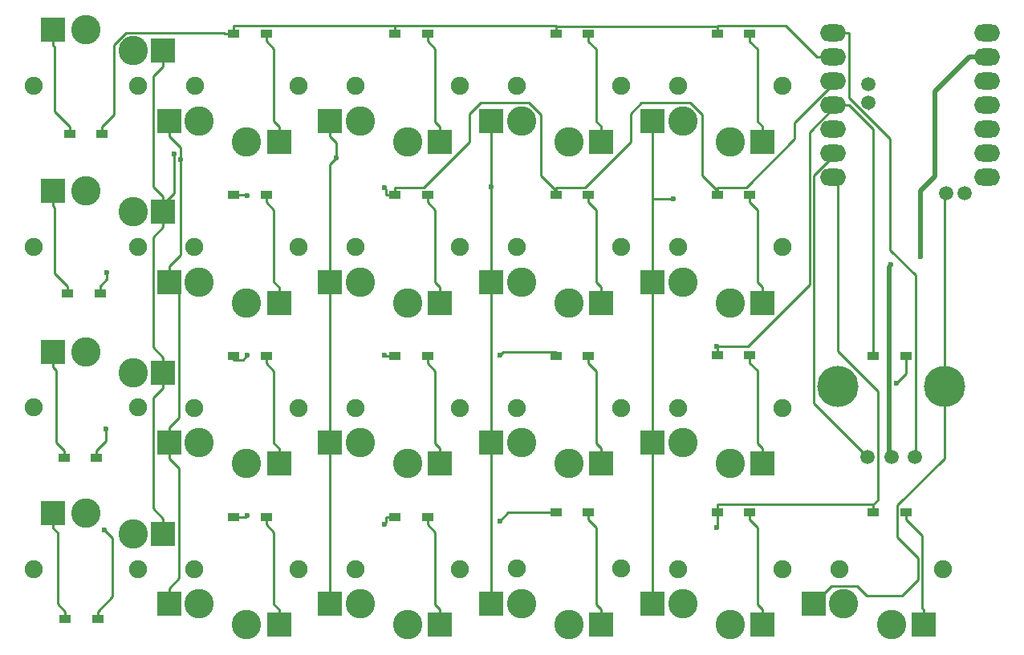
<source format=gbr>
%TF.GenerationSoftware,KiCad,Pcbnew,9.0.2*%
%TF.CreationDate,2025-12-07T23:51:36+09:00*%
%TF.ProjectId,FrostOrtho_L,46726f73-744f-4727-9468-6f5f4c2e6b69,rev?*%
%TF.SameCoordinates,Original*%
%TF.FileFunction,Copper,L2,Bot*%
%TF.FilePolarity,Positive*%
%FSLAX46Y46*%
G04 Gerber Fmt 4.6, Leading zero omitted, Abs format (unit mm)*
G04 Created by KiCad (PCBNEW 9.0.2) date 2025-12-07 23:51:36*
%MOMM*%
%LPD*%
G01*
G04 APERTURE LIST*
%TA.AperFunction,SMDPad,CuDef*%
%ADD10R,1.200000X0.950000*%
%TD*%
%TA.AperFunction,WasherPad*%
%ADD11C,1.900000*%
%TD*%
%TA.AperFunction,WasherPad*%
%ADD12C,3.100000*%
%TD*%
%TA.AperFunction,SMDPad,CuDef*%
%ADD13R,2.600000X2.600000*%
%TD*%
%TA.AperFunction,ComponentPad*%
%ADD14O,2.750000X1.800000*%
%TD*%
%TA.AperFunction,ComponentPad*%
%ADD15C,1.500000*%
%TD*%
%TA.AperFunction,ComponentPad*%
%ADD16C,4.350000*%
%TD*%
%TA.AperFunction,ViaPad*%
%ADD17C,0.600000*%
%TD*%
%TA.AperFunction,Conductor*%
%ADD18C,0.250000*%
%TD*%
%TA.AperFunction,Conductor*%
%ADD19C,0.500000*%
%TD*%
G04 APERTURE END LIST*
D10*
%TO.P,D17,1,K*%
%TO.N,Row0*%
X110626525Y-23000000D03*
%TO.P,D17,2,A*%
%TO.N,Net-(D17-A)*%
X114076525Y-23000000D03*
%TD*%
%TO.P,D15,1,K*%
%TO.N,Row2*%
X93626525Y-57000000D03*
%TO.P,D15,2,A*%
%TO.N,Net-(D15-A)*%
X97076525Y-57000000D03*
%TD*%
D11*
%TO.P,SW17,*%
%TO.N,*%
X106500000Y-28500000D03*
D12*
X107000000Y-32200000D03*
X112000000Y-34400000D03*
D11*
X117500000Y-28500000D03*
D13*
%TO.P,SW17,1,1*%
%TO.N,Col4*%
X103800000Y-32200000D03*
%TO.P,SW17,2,2*%
%TO.N,Net-(D17-A)*%
X115400000Y-34400000D03*
%TD*%
D11*
%TO.P,SW1,*%
%TO.N,*%
X49500000Y-28500000D03*
D12*
X49000000Y-24800000D03*
X44000000Y-22600000D03*
D11*
X38500000Y-28500000D03*
D13*
%TO.P,SW1,1,1*%
%TO.N,Col0*%
X52200000Y-24800000D03*
%TO.P,SW1,2,2*%
%TO.N,Net-(D1-A)*%
X40600000Y-22600000D03*
%TD*%
D10*
%TO.P,D19,1,K*%
%TO.N,Row2*%
X110626525Y-56975000D03*
%TO.P,D19,2,A*%
%TO.N,Net-(D19-A)*%
X114076525Y-56975000D03*
%TD*%
%TO.P,D22,1,K*%
%TO.N,Row3*%
X127126525Y-73500000D03*
%TO.P,D22,2,A*%
%TO.N,Net-(D22-A)*%
X130576525Y-73500000D03*
%TD*%
D11*
%TO.P,SW15,*%
%TO.N,*%
X89500000Y-62500000D03*
D12*
X90000000Y-66200000D03*
X95000000Y-68400000D03*
D11*
X100500000Y-62500000D03*
D13*
%TO.P,SW15,1,1*%
%TO.N,Col3*%
X86800000Y-66200000D03*
%TO.P,SW15,2,2*%
%TO.N,Net-(D15-A)*%
X98400000Y-68400000D03*
%TD*%
D10*
%TO.P,D11,1,K*%
%TO.N,Row2*%
X76626525Y-57000000D03*
%TO.P,D11,2,A*%
%TO.N,Net-(D11-A)*%
X80076525Y-57000000D03*
%TD*%
D11*
%TO.P,SW14,*%
%TO.N,*%
X89500000Y-45500000D03*
D12*
X90000000Y-49200000D03*
X95000000Y-51400000D03*
D11*
X100500000Y-45500000D03*
D13*
%TO.P,SW14,1,1*%
%TO.N,Col3*%
X86800000Y-49200000D03*
%TO.P,SW14,2,2*%
%TO.N,Net-(D14-A)*%
X98400000Y-51400000D03*
%TD*%
D11*
%TO.P,SW8,*%
%TO.N,*%
X55500000Y-79500000D03*
D12*
X56000000Y-83200000D03*
X61000000Y-85400000D03*
D11*
X66500000Y-79500000D03*
D13*
%TO.P,SW8,1,1*%
%TO.N,Col1*%
X52800000Y-83200000D03*
%TO.P,SW8,2,2*%
%TO.N,Net-(D8-A)*%
X64400000Y-85400000D03*
%TD*%
D14*
%TO.P,U1,1,P0.02_A0_D0*%
%TO.N,RE_B*%
X122880000Y-22924000D03*
%TO.P,U1,2,P0.03_A1_D1*%
%TO.N,Row0*%
X122880000Y-25464000D03*
%TO.P,U1,3,P0.28_A2_D2*%
%TO.N,Row1*%
X122880000Y-28004000D03*
%TO.P,U1,4,P0.29_A3_D3*%
%TO.N,Row2*%
X122880000Y-30544000D03*
%TO.P,U1,5,P0.04_A4_D4_SDA*%
%TO.N,unconnected-(U1-P0.04_A4_D4_SDA-Pad5)*%
X122880000Y-33084000D03*
%TO.P,U1,6,P0.05_A5_D5_SCL*%
%TO.N,RE_A1*%
X122880000Y-35624000D03*
%TO.P,U1,7,P1.11_D6_TX*%
%TO.N,Row3*%
X122880000Y-38164000D03*
%TO.P,U1,8,P1.12_D7_RX*%
%TO.N,Col3*%
X139120000Y-38164000D03*
%TO.P,U1,9,P1.13_D8_SCK*%
%TO.N,Col2*%
X139120000Y-35624000D03*
%TO.P,U1,10,P1.14_D9_MISO*%
%TO.N,Col1*%
X139120000Y-33084000D03*
%TO.P,U1,11,P1.15_D10_MOSI*%
%TO.N,Col0*%
X139120000Y-30544000D03*
%TO.P,U1,12,3V3*%
%TO.N,unconnected-(U1-3V3-Pad12)*%
X139120000Y-28004000D03*
%TO.P,U1,13,GND*%
%TO.N,GND*%
X139120000Y-25464000D03*
%TO.P,U1,14,5V*%
%TO.N,VCC*%
X139120000Y-22924000D03*
D15*
%TO.P,U1,15,NFC1_0.09*%
%TO.N,Col5*%
X134835400Y-39856000D03*
%TO.P,U1,16,NFC2_0.10*%
%TO.N,Col4*%
X136715000Y-39856000D03*
%TO.P,U1,20,BATT+*%
%TO.N,Bat*%
X126555000Y-30227000D03*
%TO.P,U1,21,BATT-*%
%TO.N,GND*%
X126555000Y-28322000D03*
%TD*%
D10*
%TO.P,D5,1,K*%
%TO.N,Row0*%
X59626525Y-22975000D03*
%TO.P,D5,2,A*%
%TO.N,Net-(D5-A)*%
X63076525Y-22975000D03*
%TD*%
%TO.P,D21,1,K*%
%TO.N,Row2*%
X127126525Y-57000000D03*
%TO.P,D21,2,A*%
%TO.N,Net-(D21-A)*%
X130576525Y-57000000D03*
%TD*%
D15*
%TO.P,SW21,A1,A1*%
%TO.N,RE_A1*%
X126500000Y-67700000D03*
%TO.P,SW21,B1,B1*%
%TO.N,RE_B*%
X131500000Y-67700000D03*
%TO.P,SW21,C1,C1*%
%TO.N,GND*%
X129000000Y-67700000D03*
D16*
%TO.P,SW21,MH1,MH1*%
%TO.N,Net-(D21-A)*%
X123400000Y-60200000D03*
%TO.P,SW21,MH2,MH2*%
%TO.N,Col5*%
X134600000Y-60200000D03*
%TD*%
D11*
%TO.P,SW18,*%
%TO.N,*%
X106500000Y-45500000D03*
D12*
X107000000Y-49200000D03*
X112000000Y-51400000D03*
D11*
X117500000Y-45500000D03*
D13*
%TO.P,SW18,1,1*%
%TO.N,Col4*%
X103800000Y-49200000D03*
%TO.P,SW18,2,2*%
%TO.N,Net-(D18-A)*%
X115400000Y-51400000D03*
%TD*%
D10*
%TO.P,D8,1,K*%
%TO.N,Row3*%
X59626525Y-74000000D03*
%TO.P,D8,2,A*%
%TO.N,Net-(D8-A)*%
X63076525Y-74000000D03*
%TD*%
%TO.P,D16,1,K*%
%TO.N,Row3*%
X93626525Y-73500000D03*
%TO.P,D16,2,A*%
%TO.N,Net-(D16-A)*%
X97076525Y-73500000D03*
%TD*%
D11*
%TO.P,SW2,*%
%TO.N,*%
X49500000Y-45500000D03*
D12*
X49000000Y-41800000D03*
X44000000Y-39600000D03*
D11*
X38500000Y-45500000D03*
D13*
%TO.P,SW2,1,1*%
%TO.N,Col0*%
X52200000Y-41800000D03*
%TO.P,SW2,2,2*%
%TO.N,Net-(D2-A)*%
X40600000Y-39600000D03*
%TD*%
D10*
%TO.P,D6,1,K*%
%TO.N,Row1*%
X59626525Y-40000000D03*
%TO.P,D6,2,A*%
%TO.N,Net-(D6-A)*%
X63076525Y-40000000D03*
%TD*%
D11*
%TO.P,SW13,*%
%TO.N,*%
X89500000Y-28500000D03*
D12*
X90000000Y-32200000D03*
X95000000Y-34400000D03*
D11*
X100500000Y-28500000D03*
D13*
%TO.P,SW13,1,1*%
%TO.N,Col3*%
X86800000Y-32200000D03*
%TO.P,SW13,2,2*%
%TO.N,Net-(D13-A)*%
X98400000Y-34400000D03*
%TD*%
D11*
%TO.P,SW20,*%
%TO.N,*%
X106500000Y-79500000D03*
D12*
X107000000Y-83200000D03*
X112000000Y-85400000D03*
D11*
X117500000Y-79500000D03*
D13*
%TO.P,SW20,1,1*%
%TO.N,Col4*%
X103800000Y-83200000D03*
%TO.P,SW20,2,2*%
%TO.N,Net-(D20-A)*%
X115400000Y-85400000D03*
%TD*%
D10*
%TO.P,D20,1,K*%
%TO.N,Row3*%
X110626525Y-73500000D03*
%TO.P,D20,2,A*%
%TO.N,Net-(D20-A)*%
X114076525Y-73500000D03*
%TD*%
D11*
%TO.P,SW3,*%
%TO.N,*%
X49500000Y-62475000D03*
D12*
X49000000Y-58775000D03*
X44000000Y-56575000D03*
D11*
X38500000Y-62475000D03*
D13*
%TO.P,SW3,1,1*%
%TO.N,Col0*%
X52200000Y-58775000D03*
%TO.P,SW3,2,2*%
%TO.N,Net-(D3-A)*%
X40600000Y-56575000D03*
%TD*%
D11*
%TO.P,SW19,*%
%TO.N,*%
X106500000Y-62500000D03*
D12*
X107000000Y-66200000D03*
X112000000Y-68400000D03*
D11*
X117500000Y-62500000D03*
D13*
%TO.P,SW19,1,1*%
%TO.N,Col4*%
X103800000Y-66200000D03*
%TO.P,SW19,2,2*%
%TO.N,Net-(D19-A)*%
X115400000Y-68400000D03*
%TD*%
D11*
%TO.P,SW7,*%
%TO.N,*%
X55500000Y-62490000D03*
D12*
X56000000Y-66190000D03*
X61000000Y-68390000D03*
D11*
X66500000Y-62490000D03*
D13*
%TO.P,SW7,1,1*%
%TO.N,Col1*%
X52800000Y-66190000D03*
%TO.P,SW7,2,2*%
%TO.N,Net-(D7-A)*%
X64400000Y-68390000D03*
%TD*%
D10*
%TO.P,D4,1,K*%
%TO.N,Row3*%
X45299975Y-84800000D03*
%TO.P,D4,2,A*%
%TO.N,Net-(D4-A)*%
X41849975Y-84800000D03*
%TD*%
D11*
%TO.P,SW6,*%
%TO.N,*%
X55500000Y-45500000D03*
D12*
X56000000Y-49200000D03*
X61000000Y-51400000D03*
D11*
X66500000Y-45500000D03*
D13*
%TO.P,SW6,1,1*%
%TO.N,Col1*%
X52800000Y-49200000D03*
%TO.P,SW6,2,2*%
%TO.N,Net-(D6-A)*%
X64400000Y-51400000D03*
%TD*%
D10*
%TO.P,D9,1,K*%
%TO.N,Row0*%
X76626525Y-22975000D03*
%TO.P,D9,2,A*%
%TO.N,Net-(D9-A)*%
X80076525Y-22975000D03*
%TD*%
%TO.P,D1,1,K*%
%TO.N,Row0*%
X45749975Y-33575000D03*
%TO.P,D1,2,A*%
%TO.N,Net-(D1-A)*%
X42299975Y-33575000D03*
%TD*%
D11*
%TO.P,SW9,*%
%TO.N,*%
X72480000Y-28500000D03*
D12*
X72980000Y-32200000D03*
X77980000Y-34400000D03*
D11*
X83480000Y-28500000D03*
D13*
%TO.P,SW9,1,1*%
%TO.N,Col2*%
X69780000Y-32200000D03*
%TO.P,SW9,2,2*%
%TO.N,Net-(D9-A)*%
X81380000Y-34400000D03*
%TD*%
D11*
%TO.P,SW4,*%
%TO.N,*%
X49500000Y-79500000D03*
D12*
X49000000Y-75800000D03*
X44000000Y-73600000D03*
D11*
X38500000Y-79500000D03*
D13*
%TO.P,SW4,1,1*%
%TO.N,Col0*%
X52200000Y-75800000D03*
%TO.P,SW4,2,2*%
%TO.N,Net-(D4-A)*%
X40600000Y-73600000D03*
%TD*%
D11*
%TO.P,SW12,*%
%TO.N,*%
X72500000Y-79500000D03*
D12*
X73000000Y-83200000D03*
X78000000Y-85400000D03*
D11*
X83500000Y-79500000D03*
D13*
%TO.P,SW12,1,1*%
%TO.N,Col2*%
X69800000Y-83200000D03*
%TO.P,SW12,2,2*%
%TO.N,Net-(D12-A)*%
X81400000Y-85400000D03*
%TD*%
D10*
%TO.P,D2,1,K*%
%TO.N,Row1*%
X45523475Y-50450000D03*
%TO.P,D2,2,A*%
%TO.N,Net-(D2-A)*%
X42073475Y-50450000D03*
%TD*%
D11*
%TO.P,SW11,*%
%TO.N,*%
X72500000Y-62500000D03*
D12*
X73000000Y-66200000D03*
X78000000Y-68400000D03*
D11*
X83500000Y-62500000D03*
D13*
%TO.P,SW11,1,1*%
%TO.N,Col2*%
X69800000Y-66200000D03*
%TO.P,SW11,2,2*%
%TO.N,Net-(D11-A)*%
X81400000Y-68400000D03*
%TD*%
D10*
%TO.P,D13,1,K*%
%TO.N,Row0*%
X93626525Y-23000000D03*
%TO.P,D13,2,A*%
%TO.N,Net-(D13-A)*%
X97076525Y-23000000D03*
%TD*%
D11*
%TO.P,SW16,*%
%TO.N,*%
X89490000Y-79485000D03*
D12*
X89990000Y-83185000D03*
X94990000Y-85385000D03*
D11*
X100490000Y-79485000D03*
D13*
%TO.P,SW16,1,1*%
%TO.N,Col3*%
X86790000Y-83185000D03*
%TO.P,SW16,2,2*%
%TO.N,Net-(D16-A)*%
X98390000Y-85385000D03*
%TD*%
D11*
%TO.P,SW22,*%
%TO.N,*%
X123500000Y-79500000D03*
D12*
X124000000Y-83200000D03*
X129000000Y-85400000D03*
D11*
X134500000Y-79500000D03*
D13*
%TO.P,SW22,1,1*%
%TO.N,Col5*%
X120800000Y-83200000D03*
%TO.P,SW22,2,2*%
%TO.N,Net-(D22-A)*%
X132400000Y-85400000D03*
%TD*%
D10*
%TO.P,D18,1,K*%
%TO.N,Row1*%
X110626525Y-40000000D03*
%TO.P,D18,2,A*%
%TO.N,Net-(D18-A)*%
X114076525Y-40000000D03*
%TD*%
D11*
%TO.P,SW5,*%
%TO.N,*%
X55510000Y-28500000D03*
D12*
X56010000Y-32200000D03*
X61010000Y-34400000D03*
D11*
X66510000Y-28500000D03*
D13*
%TO.P,SW5,1,1*%
%TO.N,Col1*%
X52810000Y-32200000D03*
%TO.P,SW5,2,2*%
%TO.N,Net-(D5-A)*%
X64410000Y-34400000D03*
%TD*%
D10*
%TO.P,D7,1,K*%
%TO.N,Row2*%
X59626525Y-57000000D03*
%TO.P,D7,2,A*%
%TO.N,Net-(D7-A)*%
X63076525Y-57000000D03*
%TD*%
%TO.P,D10,1,K*%
%TO.N,Row1*%
X76626525Y-40000000D03*
%TO.P,D10,2,A*%
%TO.N,Net-(D10-A)*%
X80076525Y-40000000D03*
%TD*%
%TO.P,D12,1,K*%
%TO.N,Row3*%
X76626525Y-74000000D03*
%TO.P,D12,2,A*%
%TO.N,Net-(D12-A)*%
X80076525Y-74000000D03*
%TD*%
%TO.P,D14,1,K*%
%TO.N,Row1*%
X93626525Y-40000000D03*
%TO.P,D14,2,A*%
%TO.N,Net-(D14-A)*%
X97076525Y-40000000D03*
%TD*%
%TO.P,D3,1,K*%
%TO.N,Row2*%
X45174975Y-67775000D03*
%TO.P,D3,2,A*%
%TO.N,Net-(D3-A)*%
X41724975Y-67775000D03*
%TD*%
D11*
%TO.P,SW10,*%
%TO.N,*%
X72500000Y-45500000D03*
D12*
X73000000Y-49200000D03*
X78000000Y-51400000D03*
D11*
X83500000Y-45500000D03*
D13*
%TO.P,SW10,1,1*%
%TO.N,Col2*%
X69800000Y-49200000D03*
%TO.P,SW10,2,2*%
%TO.N,Net-(D10-A)*%
X81400000Y-51400000D03*
%TD*%
D17*
%TO.N,Row1*%
X46253800Y-48245300D03*
X61054300Y-40090000D03*
X75571400Y-39238400D03*
%TO.N,Row2*%
X61054300Y-56964700D03*
X75509000Y-56964700D03*
X46151700Y-64751200D03*
X110601600Y-55991000D03*
X87690700Y-56964700D03*
%TO.N,Row3*%
X87690700Y-74421000D03*
X110601600Y-75107400D03*
X75553900Y-74757100D03*
X45993800Y-75354400D03*
X61054300Y-73874700D03*
%TO.N,Net-(D21-A)*%
X129522100Y-59930100D03*
%TO.N,Col0*%
X53383700Y-35675000D03*
%TO.N,Col1*%
X54010400Y-36288100D03*
%TO.N,Col2*%
X70427000Y-36115300D03*
%TO.N,Col3*%
X86800000Y-39172300D03*
%TO.N,Col4*%
X106010600Y-40408700D03*
%TO.N,GND*%
X132089700Y-46550000D03*
X128997700Y-47380500D03*
%TD*%
D18*
%TO.N,Bat*%
X126555000Y-30227000D02*
X126555000Y-30966700D01*
%TO.N,Net-(D1-A)*%
X40600000Y-22600000D02*
X40600000Y-24226700D01*
X42300000Y-33575000D02*
X42300000Y-32773300D01*
X40701400Y-31174700D02*
X42300000Y-32773300D01*
X40600000Y-24226700D02*
X40701400Y-24328100D01*
X40701400Y-24328100D02*
X40701400Y-31174700D01*
%TO.N,Row0*%
X93626500Y-23000000D02*
X93626500Y-22198300D01*
X110626500Y-22311600D02*
X110626500Y-22199800D01*
X93626500Y-22198300D02*
X93601500Y-22173300D01*
X58623500Y-22898700D02*
X58699800Y-22975000D01*
X117845800Y-22131500D02*
X121178300Y-25464000D01*
X110626500Y-22199800D02*
X110694800Y-22131500D01*
X45750000Y-32773300D02*
X46976800Y-31546500D01*
X110626500Y-22199800D02*
X110626500Y-22198300D01*
X48243500Y-22898700D02*
X58623500Y-22898700D01*
X46976800Y-24165400D02*
X48243500Y-22898700D01*
X123380000Y-25464000D02*
X121178300Y-25464000D01*
X93626500Y-22198300D02*
X110626500Y-22198300D01*
X76626500Y-22173300D02*
X59626500Y-22173300D01*
X76626500Y-22975000D02*
X76626500Y-22173300D01*
X93601500Y-22173300D02*
X76626500Y-22173300D01*
X110626500Y-23000000D02*
X110626500Y-22311600D01*
X59626500Y-22975000D02*
X58699800Y-22975000D01*
X46976800Y-31546500D02*
X46976800Y-24165400D01*
X45750000Y-33575000D02*
X45750000Y-32773300D01*
X59626500Y-22975000D02*
X59626500Y-22173300D01*
X110694800Y-22131500D02*
X117845800Y-22131500D01*
%TO.N,Net-(D2-A)*%
X40701400Y-48276200D02*
X42073500Y-49648300D01*
X40600000Y-39600000D02*
X40600000Y-41226700D01*
X42073500Y-50450000D02*
X42073500Y-49648300D01*
X40701400Y-41328100D02*
X40701400Y-48276200D01*
X40600000Y-41226700D02*
X40701400Y-41328100D01*
%TO.N,Row1*%
X102656000Y-30275700D02*
X101489500Y-31442200D01*
X75699800Y-39366800D02*
X75699800Y-40000000D01*
X123174400Y-28004000D02*
X123380000Y-28004000D01*
X92025800Y-37998400D02*
X92025800Y-31502400D01*
X46253800Y-48918000D02*
X45523500Y-49648300D01*
X118775200Y-32403200D02*
X123174400Y-28004000D01*
X113690400Y-39198300D02*
X118775200Y-34113500D01*
X79675500Y-39198300D02*
X76626500Y-39198300D01*
X84484500Y-34389300D02*
X79675500Y-39198300D01*
X59626500Y-40000000D02*
X60964300Y-40000000D01*
X75571400Y-39238400D02*
X75699800Y-39366800D01*
X76626500Y-40000000D02*
X75699800Y-40000000D01*
X93626500Y-40000000D02*
X93626500Y-39599100D01*
X96678600Y-39198300D02*
X93626500Y-39198300D01*
X60964300Y-40000000D02*
X61054300Y-40090000D01*
X76626500Y-40000000D02*
X76626500Y-39198300D01*
X46253800Y-48245300D02*
X46253800Y-48918000D01*
X93626500Y-39599100D02*
X92025800Y-37998400D01*
X92025800Y-31502400D02*
X90799100Y-30275700D01*
X109025800Y-31502400D02*
X107799100Y-30275700D01*
X109025800Y-37998400D02*
X109025800Y-31502400D01*
X84484500Y-31447200D02*
X84484500Y-34389300D01*
X101489500Y-34387400D02*
X96678600Y-39198300D01*
X110626500Y-40000000D02*
X110626500Y-39599100D01*
X101489500Y-31442200D02*
X101489500Y-34387400D01*
X110626500Y-39599100D02*
X109025800Y-37998400D01*
X85656000Y-30275700D02*
X84484500Y-31447200D01*
X110626500Y-39198300D02*
X113690400Y-39198300D01*
X118775200Y-34113500D02*
X118775200Y-32403200D01*
X45523500Y-50450000D02*
X45523500Y-49648300D01*
X90799100Y-30275700D02*
X85656000Y-30275700D01*
X107799100Y-30275700D02*
X102656000Y-30275700D01*
X93626500Y-39599100D02*
X93626500Y-39198300D01*
X110626500Y-39599100D02*
X110626500Y-39198300D01*
%TO.N,Net-(D3-A)*%
X40600000Y-56575000D02*
X40600000Y-58201700D01*
X40923300Y-66171600D02*
X41725000Y-66973300D01*
X40923300Y-58525000D02*
X40923300Y-66171600D01*
X40600000Y-58201700D02*
X40923300Y-58525000D01*
X41725000Y-67775000D02*
X41725000Y-66973300D01*
%TO.N,Row2*%
X123455400Y-30544000D02*
X123380000Y-30544000D01*
X88056300Y-56599100D02*
X87690700Y-56964700D01*
X110626500Y-56015900D02*
X110626500Y-56975000D01*
X46151700Y-65996600D02*
X45175000Y-66973300D01*
X75509000Y-56964700D02*
X75664500Y-56964700D01*
X59626500Y-57000000D02*
X59626500Y-57400800D01*
X124581700Y-30544000D02*
X127126500Y-33088800D01*
X59626500Y-57400800D02*
X60618200Y-57400800D01*
X123380000Y-30544000D02*
X123209600Y-30544000D01*
X76626500Y-57000000D02*
X75699800Y-57000000D01*
X75664500Y-56964700D02*
X75699800Y-57000000D01*
X45175000Y-67775000D02*
X45175000Y-66973300D01*
X110601600Y-55991000D02*
X110626500Y-56015900D01*
X93626500Y-57000000D02*
X93626500Y-56599100D01*
X93626500Y-56599100D02*
X88056300Y-56599100D01*
X123209600Y-30544000D02*
X120388800Y-33364800D01*
X120388800Y-49483700D02*
X113856600Y-56015900D01*
X127126500Y-33088800D02*
X127126500Y-57000000D01*
X120388800Y-33364800D02*
X120388800Y-49483700D01*
X60618200Y-57400800D02*
X61054300Y-56964700D01*
X46151700Y-64751200D02*
X46151700Y-65996600D01*
X123455400Y-30544000D02*
X124581700Y-30544000D01*
X113856600Y-56015900D02*
X110626500Y-56015900D01*
%TO.N,Net-(D4-A)*%
X40600000Y-75226700D02*
X41048300Y-75675000D01*
X41048300Y-83196600D02*
X41850000Y-83998300D01*
X41850000Y-84800000D02*
X41850000Y-83998300D01*
X40600000Y-73600000D02*
X40600000Y-75226700D01*
X41048300Y-75675000D02*
X41048300Y-83196600D01*
%TO.N,Row3*%
X110601600Y-75107400D02*
X110626500Y-75082500D01*
X110626500Y-75082500D02*
X110626500Y-73500000D01*
X45993800Y-75354400D02*
X46858200Y-76218800D01*
X127126500Y-72698300D02*
X127594100Y-72230700D01*
X93626500Y-73500000D02*
X88611700Y-73500000D01*
X127125000Y-72698300D02*
X110626500Y-72698300D01*
X59626500Y-74000000D02*
X60929000Y-74000000D01*
X45300000Y-84800000D02*
X45300000Y-83998300D01*
X46858200Y-76218800D02*
X46858200Y-82440100D01*
X110626500Y-73500000D02*
X110626500Y-72698300D01*
X127126500Y-72699800D02*
X127125000Y-72698300D01*
X127126500Y-72700000D02*
X127126500Y-72699800D01*
X127594100Y-60719100D02*
X123380000Y-56505000D01*
X127594100Y-72230700D02*
X127594100Y-60719100D01*
X88611700Y-73500000D02*
X87690700Y-74421000D01*
X127126500Y-73500000D02*
X127126500Y-72700000D01*
X123380000Y-56505000D02*
X123380000Y-38164000D01*
X46858200Y-82440100D02*
X45300000Y-83998300D01*
X75699800Y-74611200D02*
X75699800Y-74000000D01*
X60929000Y-74000000D02*
X61054300Y-73874700D01*
X75553900Y-74757100D02*
X75699800Y-74611200D01*
X76626500Y-74000000D02*
X75699800Y-74000000D01*
X127126500Y-72699800D02*
X127126500Y-72698300D01*
%TO.N,Net-(D5-A)*%
X64410000Y-34400000D02*
X64410000Y-32773300D01*
X63878200Y-32241500D02*
X63878200Y-24578400D01*
X63878200Y-24578400D02*
X63076500Y-23776700D01*
X63076500Y-22975000D02*
X63076500Y-23776700D01*
X64410000Y-32773300D02*
X63878200Y-32241500D01*
%TO.N,Net-(D6-A)*%
X63878200Y-41603400D02*
X63878200Y-49251500D01*
X64400000Y-51400000D02*
X64400000Y-49773300D01*
X63076500Y-40801700D02*
X63878200Y-41603400D01*
X63076500Y-40000000D02*
X63076500Y-40801700D01*
X63878200Y-49251500D02*
X64400000Y-49773300D01*
%TO.N,Net-(D7-A)*%
X63076500Y-57000000D02*
X63076500Y-57801700D01*
X63878200Y-58603400D02*
X63076500Y-57801700D01*
X64400000Y-66763300D02*
X63878200Y-66241500D01*
X64400000Y-68390000D02*
X64400000Y-66763300D01*
X63878200Y-66241500D02*
X63878200Y-58603400D01*
%TO.N,Net-(D8-A)*%
X63076500Y-74801700D02*
X63878200Y-75603400D01*
X63878200Y-83251500D02*
X64400000Y-83773300D01*
X64400000Y-85400000D02*
X64400000Y-83773300D01*
X63878200Y-75603400D02*
X63878200Y-83251500D01*
X63076500Y-74000000D02*
X63076500Y-74801700D01*
%TO.N,Net-(D9-A)*%
X81380000Y-34400000D02*
X81380000Y-32773300D01*
X80878200Y-32271500D02*
X81380000Y-32773300D01*
X80878200Y-24578400D02*
X80878200Y-32271500D01*
X80076500Y-22975000D02*
X80076500Y-23776700D01*
X80076500Y-23776700D02*
X80878200Y-24578400D01*
%TO.N,Net-(D10-A)*%
X80878200Y-49251500D02*
X81400000Y-49773300D01*
X80076500Y-40801700D02*
X80878200Y-41603400D01*
X80878200Y-41603400D02*
X80878200Y-49251500D01*
X81400000Y-51400000D02*
X81400000Y-49773300D01*
X80076500Y-40000000D02*
X80076500Y-40801700D01*
%TO.N,Net-(D11-A)*%
X80076500Y-57000000D02*
X80076500Y-57801700D01*
X80878200Y-58603400D02*
X80076500Y-57801700D01*
X81400000Y-68400000D02*
X81400000Y-66773300D01*
X80878200Y-66251500D02*
X80878200Y-58603400D01*
X81400000Y-66773300D02*
X80878200Y-66251500D01*
%TO.N,Net-(D12-A)*%
X80076500Y-74000000D02*
X80076500Y-74801700D01*
X80878200Y-75603400D02*
X80878200Y-83251500D01*
X80878200Y-83251500D02*
X81400000Y-83773300D01*
X81400000Y-85400000D02*
X81400000Y-83773300D01*
X80076500Y-74801700D02*
X80878200Y-75603400D01*
%TO.N,Net-(D13-A)*%
X97076500Y-23000000D02*
X97076500Y-23801700D01*
X98400000Y-32773300D02*
X97878200Y-32251500D01*
X97878200Y-24603400D02*
X97076500Y-23801700D01*
X97878200Y-32251500D02*
X97878200Y-24603400D01*
X98400000Y-34400000D02*
X98400000Y-32773300D01*
%TO.N,Net-(D14-A)*%
X97878200Y-49251500D02*
X97878200Y-41603400D01*
X98400000Y-49773300D02*
X97878200Y-49251500D01*
X98400000Y-51400000D02*
X98400000Y-49773300D01*
X97878200Y-41603400D02*
X97076500Y-40801700D01*
X97076500Y-40000000D02*
X97076500Y-40801700D01*
%TO.N,Net-(D15-A)*%
X98400000Y-68400000D02*
X98400000Y-66773300D01*
X97878200Y-58603400D02*
X97076500Y-57801700D01*
X97878200Y-66251500D02*
X97878200Y-58603400D01*
X97076500Y-57000000D02*
X97076500Y-57801700D01*
X98400000Y-66773300D02*
X97878200Y-66251500D01*
%TO.N,Net-(D16-A)*%
X97076500Y-73500000D02*
X97076500Y-74301700D01*
X97878200Y-83246500D02*
X98390000Y-83758300D01*
X97076500Y-74301700D02*
X97878200Y-75103400D01*
X97878200Y-75103400D02*
X97878200Y-83246500D01*
X98390000Y-85385000D02*
X98390000Y-83758300D01*
%TO.N,Net-(D17-A)*%
X115400000Y-34400000D02*
X115400000Y-32773300D01*
X115400000Y-32773300D02*
X114878200Y-32251500D01*
X114076500Y-23000000D02*
X114076500Y-23801700D01*
X114878200Y-32251500D02*
X114878200Y-24603400D01*
X114878200Y-24603400D02*
X114076500Y-23801700D01*
%TO.N,Net-(D18-A)*%
X114878200Y-41603400D02*
X114878200Y-49251500D01*
X114076500Y-40801700D02*
X114878200Y-41603400D01*
X114076500Y-40000000D02*
X114076500Y-40801700D01*
X114878200Y-49251500D02*
X115400000Y-49773300D01*
X115400000Y-51400000D02*
X115400000Y-49773300D01*
%TO.N,Net-(D19-A)*%
X115400000Y-66773300D02*
X114878200Y-66251500D01*
X114878200Y-58578400D02*
X114076500Y-57776700D01*
X115400000Y-68400000D02*
X115400000Y-66773300D01*
X114076500Y-56975000D02*
X114076500Y-57776700D01*
X114878200Y-66251500D02*
X114878200Y-58578400D01*
%TO.N,Net-(D20-A)*%
X114076500Y-73500000D02*
X114076500Y-74301700D01*
X114076500Y-74301700D02*
X114878200Y-75103400D01*
X114878200Y-83251500D02*
X115400000Y-83773300D01*
X115400000Y-85400000D02*
X115400000Y-83773300D01*
X114878200Y-75103400D02*
X114878200Y-83251500D01*
%TO.N,Net-(D21-A)*%
X129522100Y-59930100D02*
X130576500Y-58875700D01*
X130576500Y-58875700D02*
X130576500Y-57000000D01*
%TO.N,Col0*%
X52200000Y-40986600D02*
X53383700Y-39802900D01*
X52200000Y-75800000D02*
X52200000Y-74173300D01*
X52200000Y-74173300D02*
X51162000Y-73135300D01*
X52200000Y-43426700D02*
X51173300Y-44453400D01*
X51162000Y-73135300D02*
X51162000Y-61439700D01*
X51173300Y-56121600D02*
X52200000Y-57148300D01*
X52200000Y-58775000D02*
X52200000Y-60401700D01*
X52200000Y-40986600D02*
X52200000Y-40173300D01*
X52200000Y-58775000D02*
X52200000Y-57148300D01*
X51183300Y-27443400D02*
X51183300Y-39156600D01*
X52200000Y-24800000D02*
X52200000Y-26426700D01*
X53383700Y-39802900D02*
X53383700Y-35675000D01*
X52200000Y-26426700D02*
X51183300Y-27443400D01*
X51183300Y-39156600D02*
X52200000Y-40173300D01*
X51162000Y-61439700D02*
X52200000Y-60401700D01*
X52200000Y-41800000D02*
X52200000Y-43426700D01*
X52200000Y-41800000D02*
X52200000Y-40986600D01*
X51173300Y-44453400D02*
X51173300Y-56121600D01*
%TO.N,Col1*%
X52800000Y-83200000D02*
X52800000Y-81573300D01*
X52800000Y-66190000D02*
X52800000Y-64563300D01*
X54010400Y-35027100D02*
X52810000Y-33826700D01*
X52800000Y-47573300D02*
X54010400Y-46362900D01*
X53826700Y-49413300D02*
X53826700Y-63536600D01*
X53876400Y-68893100D02*
X52800000Y-67816700D01*
X53876400Y-80496900D02*
X53876400Y-68893100D01*
X52800000Y-48386600D02*
X52800000Y-47573300D01*
X52800000Y-48386600D02*
X53826700Y-49413300D01*
X54010400Y-36288100D02*
X54010400Y-35027100D01*
X52800000Y-49200000D02*
X52800000Y-48386600D01*
X53826700Y-63536600D02*
X52800000Y-64563300D01*
X54010400Y-46362900D02*
X54010400Y-36288100D01*
X52800000Y-81573300D02*
X53876400Y-80496900D01*
X52810000Y-32200000D02*
X52810000Y-33826700D01*
X52800000Y-66190000D02*
X52800000Y-67816700D01*
%TO.N,Col2*%
X69800000Y-83200000D02*
X69800000Y-66200000D01*
X69780000Y-32200000D02*
X69780000Y-33826700D01*
X69800000Y-49200000D02*
X69800000Y-36742300D01*
X70427000Y-34473700D02*
X69780000Y-33826700D01*
X70427000Y-36115300D02*
X70427000Y-34473700D01*
X69800000Y-66200000D02*
X69800000Y-49200000D01*
X69800000Y-36742300D02*
X70427000Y-36115300D01*
%TO.N,Col3*%
X86800000Y-49200000D02*
X86800000Y-39172300D01*
X86800000Y-66200000D02*
X86800000Y-81548300D01*
X86790000Y-83185000D02*
X86790000Y-81558300D01*
X86800000Y-66200000D02*
X86800000Y-49200000D01*
X86800000Y-39172300D02*
X86800000Y-32200000D01*
X86800000Y-81548300D02*
X86790000Y-81558300D01*
%TO.N,Col4*%
X103800000Y-40408700D02*
X103800000Y-49200000D01*
X103800000Y-66200000D02*
X103800000Y-49200000D01*
X103800000Y-40408700D02*
X106010600Y-40408700D01*
X103800000Y-83200000D02*
X103800000Y-66200000D01*
X103800000Y-32200000D02*
X103800000Y-40408700D01*
%TO.N,Col5*%
X134835400Y-39856000D02*
X134600000Y-40091400D01*
X125390200Y-81319600D02*
X122680400Y-81319600D01*
X122680400Y-81319600D02*
X120800000Y-83200000D01*
X130171000Y-82326700D02*
X126397300Y-82326700D01*
X126397300Y-82326700D02*
X125390200Y-81319600D01*
X131826700Y-80671000D02*
X130171000Y-82326700D01*
X131826700Y-78329000D02*
X131826700Y-80671000D01*
X134600000Y-60200000D02*
X134600000Y-67837100D01*
X134600000Y-67837100D02*
X129636100Y-72801000D01*
X129636100Y-76138400D02*
X131826700Y-78329000D01*
X134600000Y-40091400D02*
X134600000Y-60200000D01*
X129636100Y-72801000D02*
X129636100Y-76138400D01*
%TO.N,Net-(D22-A)*%
X132278400Y-83651700D02*
X132278400Y-76003600D01*
X132278400Y-76003600D02*
X130576500Y-74301700D01*
X132400000Y-83773300D02*
X132278400Y-83651700D01*
X132400000Y-85400000D02*
X132400000Y-83773300D01*
X130576500Y-73500000D02*
X130576500Y-74301700D01*
D19*
%TO.N,GND*%
X128770400Y-47607800D02*
X128770400Y-67470400D01*
X128997700Y-47380500D02*
X128770400Y-47607800D01*
X128770400Y-67470400D02*
X129000000Y-67700000D01*
X133643600Y-38056000D02*
X132089700Y-39609900D01*
X138620000Y-25464000D02*
X137293300Y-25464000D01*
X132089700Y-39609900D02*
X132089700Y-46550000D01*
X137293300Y-25464000D02*
X133643600Y-29113700D01*
X133643600Y-29113700D02*
X133643600Y-38056000D01*
D18*
%TO.N,RE_B*%
X131570300Y-67629700D02*
X131500000Y-67700000D01*
X131570300Y-48486100D02*
X131570300Y-67629700D01*
X123380000Y-22924000D02*
X124581700Y-22924000D01*
X124581700Y-22924000D02*
X124581700Y-29776400D01*
X128891600Y-45807400D02*
X131570300Y-48486100D01*
X128891600Y-34086300D02*
X128891600Y-45807400D01*
X124581700Y-29776400D02*
X128891600Y-34086300D01*
%TO.N,RE_A1*%
X123164900Y-35624000D02*
X123380000Y-35624000D01*
X120840500Y-62040500D02*
X120840500Y-37948400D01*
X126500000Y-67700000D02*
X120840500Y-62040500D01*
X120840500Y-37948400D02*
X123164900Y-35624000D01*
%TD*%
M02*

</source>
